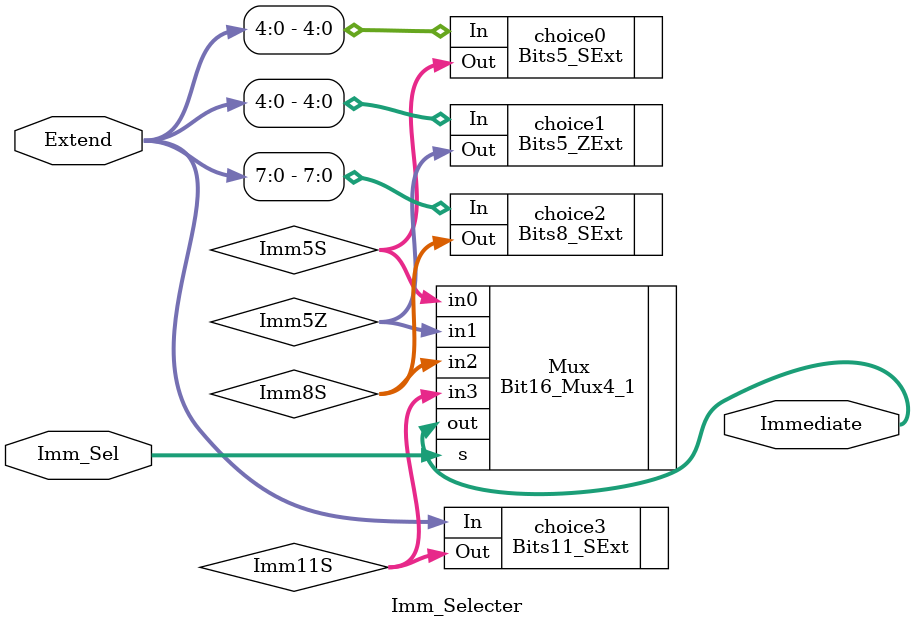
<source format=v>
/********************************************************************************************************
/		MODULE: Imm_Selecter
/		PURPOSE: Given Inputs to extend and a select code produce the correct extened output
/
/		INPUTS: Extend[10:0] - Input to sign extend
/				Imm_Sel[1:0] - Select bits for output
/					00 - 5 Bit Sign Extended
/					01 - 5 Bit Zero Extended
/					10 - 8 Bit Sign Extended
/					11 - 11 Bit Sign Extended
/
/		OUTPUTS: Immediate[15:0] - To be passed into one of the possible slot for ALU B Source
********************************************************************************************************/
module Imm_Selecter (Extend, Imm_Sel, Immediate);
	
	input [10:0] Extend;
	input [1:0] Imm_Sel;
	
	output [15:0] Immediate;
	
	wire [15:0] Imm5S;
	wire [15:0] Imm5Z;
	wire [15:0] Imm8S;
	wire [15:0] Imm11S;
	
	Bits5_SExt choice0(.In(Extend[4:0]), .Out(Imm5S));
	Bits5_ZExt choice1(.In(Extend[4:0]), .Out(Imm5Z));
	Bits8_SExt choice2(.In(Extend[7:0]), .Out(Imm8S));
	Bits11_SExt choice3(.In(Extend[10:0]), .Out(Imm11S));
	
	Bit16_Mux4_1 Mux(.in0(Imm5S), .in1(Imm5Z), .in2(Imm8S), .in3(Imm11S), .s(Imm_Sel), .out(Immediate));

endmodule 
</source>
